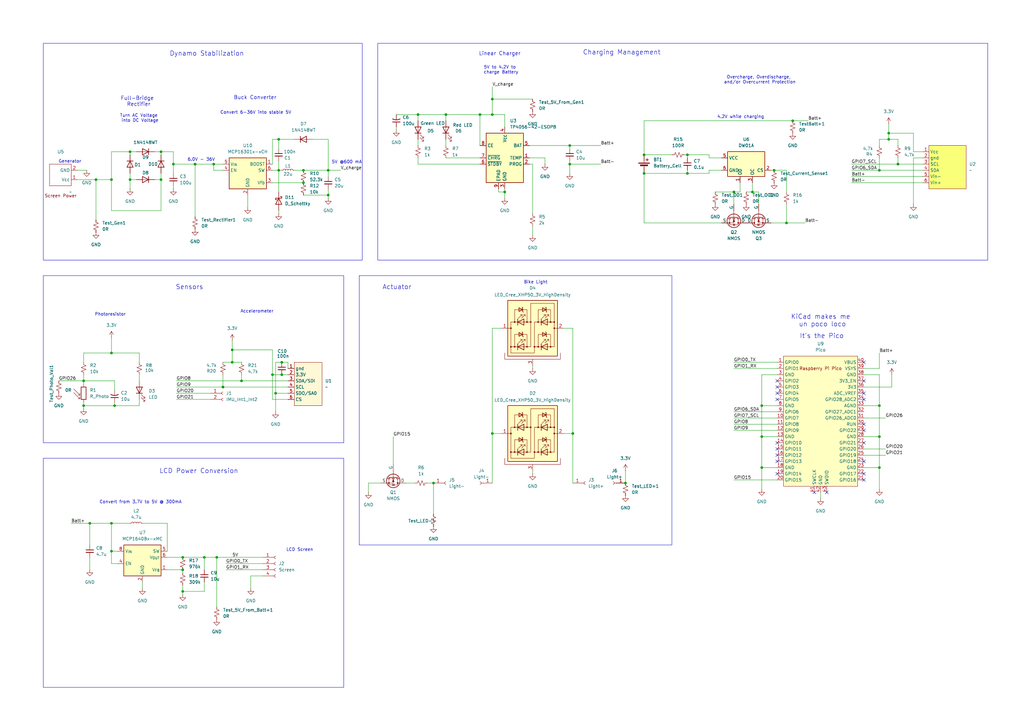
<source format=kicad_sch>
(kicad_sch (version 20250114) (generator "eeschema") (generator_version "9.0")
  (paper "A3")
  (title_block (title "Final Schematic") (date "11/20/25") (rev "3") (company "LightCycle") (comment 1 "WE REALLY REALLY LIKE TO FARM"))
  (lib_symbols
    (symbol "Battery_Management:DW01A"
      (property "Reference" "U" (at -6.604 6.35 0))
      (property "Value" "DW01A" (at 4.318 6.604 0))
      (symbol "DW01A_0_1"
        (pin power_in line (at -10.16 2.54 0) (length 2.54) (name "VCC") (number "5"))
        (pin power_in line (at -10.16 -2.54 0) (length 2.54) (name "GND") (number "6"))
        (pin output line (at -2.54 -7.62 90) (length 2.54) (name "OD") (number "1"))
        (pin output line (at 2.54 -7.62 90) (length 2.54) (name "OC") (number "3"))
        (pin input line (at 10.16 -2.54 180) (length 2.54) (name "CS") (number "2"))
      )
      (symbol "DW01A_1_1"
        (pin no_connect line (at 10.16 2.54 180) (length 2.54) (hide yes) (name "TD") (number "4"))
      )
    )
    (symbol "Battery_Management:TP4056-42-ESOP8"
      (property "Reference" "U" (at -6.604 11.684 0))
      (property "Value" "TP4056-42-ESOP8" (at 10.16 11.684 0))
      (symbol "TP4056-42-ESOP8_1_0"
        (pin input line (at -10.16 5.08 0) (length 2.54) (name "CE") (number "8"))
        (pin open_collector line (at -10.16 0 0) (length 2.54) (name "~{CHRG}") (number "7"))
        (pin open_collector line (at -10.16 -2.54 0) (length 2.54) (name "~{STDBY}") (number "6"))
        (pin passive line (at -2.54 -12.7 90) (length 2.54) (name "EPAD") (number "9"))
        (pin power_in line (at 0 12.7 270) (length 2.54) (name "V_{CC}") (number "4"))
        (pin power_in line (at 0 -12.7 90) (length 2.54) (name "GND") (number "3"))
        (pin power_out line (at 10.16 5.08 180) (length 2.54) (name "BAT") (number "5"))
        (pin input line (at 10.16 0 180) (length 2.54) (name "TEMP") (number "1"))
        (pin passive line (at 10.16 -2.54 180) (length 2.54) (name "PROG") (number "2"))
      )
    )
    (symbol "Connector:Conn_01x01_Socket" (pin_names (offset 1.016) (hide yes))
      (property "Reference" "J" (at 0 2.54 0))
      (property "Value" "Conn_01x01_Socket" (at 0 -2.54 0))
      (symbol "Conn_01x01_Socket_1_1"
        (pin passive line (at -5.08 0 0) (length 3.81) (name "Pin_1") (number "1"))
      )
    )
    (symbol "Connector:Conn_01x02_Socket" (pin_names (offset 1.016) (hide yes))
      (property "Reference" "J" (at 0 2.54 0))
      (property "Value" "Conn_01x02_Socket" (at 0 -5.08 0))
      (symbol "Conn_01x02_Socket_1_1"
        (pin passive line (at -5.08 0 0) (length 3.81) (name "Pin_1") (number "1"))
        (pin passive line (at -5.08 -2.54 0) (length 3.81) (name "Pin_2") (number "2"))
      )
    )
    (symbol "Connector:Conn_01x04_Socket" (pin_names (offset 1.016) (hide yes))
      (property "Reference" "J" (at 0 5.08 0))
      (property "Value" "Conn_01x04_Socket" (at 0 -7.62 0))
      (symbol "Conn_01x04_Socket_1_1"
        (pin passive line (at -5.08 2.54 0) (length 3.81) (name "Pin_1") (number "1"))
        (pin passive line (at -5.08 0 0) (length 3.81) (name "Pin_2") (number "2"))
        (pin passive line (at -5.08 -2.54 0) (length 3.81) (name "Pin_3") (number "3"))
        (pin passive line (at -5.08 -5.08 0) (length 3.81) (name "Pin_4") (number "4"))
      )
    )
    (symbol "Device:Battery_Cell" (pin_numbers (hide yes)) (pin_names (offset 0) (hide yes))
      (property "Reference" "BT" (at 11.43 -3.81 0))
      (property "Value" "Battery_Cell" (at 11.43 -6.35 0))
      (symbol "Battery_Cell_1_1"
        (pin passive line (at 8.89 -1.27 270) (length 2.54) (name "+") (number "1"))
        (pin passive line (at 8.89 -8.89 90) (length 2.54) (name "-") (number "2"))
      )
    )
    (symbol "Device:C_Small" (pin_numbers (hide yes)) (pin_names (offset 0.254) (hide yes))
      (property "Reference" "C" (at 0.254 1.778 0))
      (property "Value" "C_Small" (at 0.254 -2.032 0))
      (symbol "C_Small_1_1"
        (pin passive line (at 0 2.54 270) (length 2.032) (name "~") (number "1"))
        (pin passive line (at 0 -2.54 90) (length 2.032) (name "~") (number "2"))
      )
    )
    (symbol "Device:C_Small_US" (pin_numbers (hide yes)) (pin_names (offset 0.254) (hide yes))
      (property "Reference" "C" (at 0.254 1.778 0))
      (property "Value" "C_Small_US" (at 0.254 -2.032 0))
      (symbol "C_Small_US_1_1"
        (pin passive line (at 0 2.54 270) (length 2.032) (name "~") (number "1"))
        (pin passive line (at 0 -2.54 90) (length 2.032) (name "~") (number "2"))
      )
    )
    (symbol "Device:D_Schottky" (pin_numbers (hide yes)) (pin_names (offset 1.016) (hide yes))
      (property "Reference" "D" (at 0 2.54 0))
      (property "Value" "D_Schottky" (at 0 -2.54 0))
      (symbol "D_Schottky_1_1"
        (pin passive line (at -3.81 0 0) (length 2.54) (name "K") (number "1"))
        (pin passive line (at 3.81 0 180) (length 2.54) (name "A") (number "2"))
      )
    )
    (symbol "Device:LED" (pin_numbers (hide yes)) (pin_names (offset 1.016) (hide yes))
      (property "Reference" "D" (at 0 2.54 0))
      (property "Value" "LED" (at 0 -2.54 0))
      (symbol "LED_1_1"
        (pin passive line (at -3.81 0 0) (length 2.54) (name "K") (number "1"))
        (pin passive line (at 3.81 0 180) (length 2.54) (name "A") (number "2"))
      )
    )
    (symbol "Device:L_Small" (pin_numbers (hide yes)) (pin_names (offset 0.254) (hide yes))
      (property "Reference" "L" (at 0.762 1.016 0))
      (property "Value" "L_Small" (at 0.762 -1.016 0))
      (symbol "L_Small_1_1"
        (pin passive line (at 0 2.54 270) (length 0.508) (name "~") (number "1"))
        (pin passive line (at 0 -2.54 90) (length 0.508) (name "~") (number "2"))
      )
    )
    (symbol "Device:R_Photo" (pin_numbers (hide yes)) (pin_names (offset 0))
      (property "Reference" "R" (at 1.27 1.27 0))
      (property "Value" "R_Photo" (at 1.27 0 0))
      (symbol "R_Photo_1_1"
        (pin passive line (at 0 3.81 270) (length 1.27) (name "~") (number "1"))
        (pin passive line (at 0 -3.81 90) (length 1.27) (name "~") (number "2"))
      )
    )
    (symbol "Device:R_Small_US" (pin_numbers (hide yes)) (pin_names (offset 0.254) (hide yes))
      (property "Reference" "R" (at 0.762 0.508 0))
      (property "Value" "R_Small_US" (at 0.762 -1.016 0))
      (symbol "R_Small_US_1_1"
        (pin passive line (at 0 2.54 270) (length 1.016) (name "~") (number "1"))
        (pin passive line (at 0 -2.54 90) (length 1.016) (name "~") (number "2"))
      )
    )
    (symbol "Diode:1N4148WT" (pin_numbers (hide yes)) (pin_names (hide yes))
      (property "Reference" "D" (at 0 2.54 0))
      (property "Value" "1N4148WT" (at 0 -2.54 0))
      (symbol "1N4148WT_1_1"
        (pin passive line (at -3.81 0 0) (length 2.54) (name "K") (number "1"))
        (pin passive line (at 3.81 0 180) (length 2.54) (name "A") (number "2"))
      )
    )
    (symbol "Elijahs_symbols:Cheap_Yellow_Display"
      (property "Reference" "U" (at 4.572 -0.762 0))
      (symbol "Cheap_Yellow_Display_1_1"
        (text "Screen Power" (at 4.318 1.524 0) (effects (font (size 1.27 1.27))))
        (pin power_in line (at -2.54 -5.08 0) (length 2.54) (name "Vcc") (number "1"))
        (pin power_in line (at -2.54 -8.89 0) (length 2.54) (name "GND") (number "2"))
      )
    )
    (symbol "Elijahs_symbols:I2C_4"
      (property "Reference" "U" (at 8.636 -0.254 0))
      (symbol "I2C_4_1_1"
        (pin power_in line (at 0 -3.81 0) (length 2.54) (name "gnd") (number "1"))
        (pin power_in line (at 0 -6.35 0) (length 2.54) (name "3.3V") (number "2"))
        (pin input line (at 0 -8.89 0) (length 2.54) (name "SDA/SDI") (number "3"))
        (pin input line (at 0 -11.43 0) (length 2.54) (name "SCL") (number "4"))
        (pin output line (at 0 -13.97 0) (length 2.54) (name "SDO/SA0") (number "5"))
        (pin input line (at 0 -16.51 0) (length 2.54) (name "CS") (number "6"))
      )
    )
    (symbol "Elijahs_symbols:INA219"
      (property "Reference" "U" (at 0 0 0))
      (symbol "INA219_1_1"
        (pin power_in line (at -2.54 -5.08 0) (length 2.54) (name "Vcc") (number "1"))
        (pin power_in line (at -2.54 -7.62 0) (length 2.54) (name "gnd") (number "2"))
        (pin input line (at -2.54 -10.16 0) (length 2.54) (name "SCL") (number "3"))
        (pin output line (at -2.54 -12.7 0) (length 2.54) (name "SDA") (number "4"))
        (pin input line (at -2.54 -15.24 0) (length 2.54) (name "Vin-") (number "5"))
        (pin power_in line (at -2.54 -17.78 0) (length 2.54) (name "Vin+") (number "6"))
      )
    )
    (symbol "LED:LED_Cree_XHP50_3V_HighDensity" (pin_names (offset 1.016) (hide yes))
      (property "Reference" "D" (at 0 15.24 0))
      (property "Value" "LED_Cree_XHP50_3V_HighDensity" (at -1.27 12.7 0))
      (symbol "LED_Cree_XHP50_3V_HighDensity_1_1"
        (pin passive line (at -12.7 0 0) (length 2.54) (name "K") (number "1"))
        (pin passive line (at 0 -15.24 90) (length 2.54) (name "PAD") (number "3"))
        (pin passive line (at 12.7 0 180) (length 2.54) (name "A") (number "2"))
      )
    )
    (symbol "MCU_RaspberryPi_and_Boards:Pico"
      (property "Reference" "U" (at -13.97 27.94 0))
      (property "Value" "Pico" (at 0 19.05 0))
      (symbol "Pico_0_0"
        (text "Raspberry Pi Pico" (at 0 21.59 0) (effects (font (size 1.27 1.27))))
      )
      (symbol "Pico_1_1"
        (pin bidirectional line (at -17.78 24.13 0) (length 2.54) (name "GPIO0") (number "1"))
        (pin bidirectional line (at -17.78 21.59 0) (length 2.54) (name "GPIO1") (number "2"))
        (pin power_in line (at -17.78 19.05 0) (length 2.54) (name "GND") (number "3"))
        (pin bidirectional line (at -17.78 16.51 0) (length 2.54) (name "GPIO2") (number "4"))
        (pin bidirectional line (at -17.78 13.97 0) (length 2.54) (name "GPIO3") (number "5"))
        (pin bidirectional line (at -17.78 11.43 0) (length 2.54) (name "GPIO4") (number "6"))
        (pin bidirectional line (at -17.78 8.89 0) (length 2.54) (name "GPIO5") (number "7"))
        (pin power_in line (at -17.78 6.35 0) (length 2.54) (name "GND") (number "8"))
        (pin bidirectional line (at -17.78 3.81 0) (length 2.54) (name "GPIO6") (number "9"))
        (pin bidirectional line (at -17.78 1.27 0) (length 2.54) (name "GPIO7") (number "10"))
        (pin bidirectional line (at -17.78 -1.27 0) (length 2.54) (name "GPIO8") (number "11"))
        (pin bidirectional line (at -17.78 -3.81 0) (length 2.54) (name "GPIO9") (number "12"))
        (pin power_in line (at -17.78 -6.35 0) (length 2.54) (name "GND") (number "13"))
        (pin bidirectional line (at -17.78 -8.89 0) (length 2.54) (name "GPIO10") (number "14"))
        (pin bidirectional line (at -17.78 -11.43 0) (length 2.54) (name "GPIO11") (number "15"))
        (pin bidirectional line (at -17.78 -13.97 0) (length 2.54) (name "GPIO12") (number "16"))
        (pin bidirectional line (at -17.78 -16.51 0) (length 2.54) (name "GPIO13") (number "17"))
        (pin power_in line (at -17.78 -19.05 0) (length 2.54) (name "GND") (number "18"))
        (pin bidirectional line (at -17.78 -21.59 0) (length 2.54) (name "GPIO14") (number "19"))
        (pin bidirectional line (at -17.78 -24.13 0) (length 2.54) (name "GPIO15") (number "20"))
        (pin input line (at -2.54 -29.21 90) (length 2.54) (name "SWCLK") (number "41"))
        (pin power_in line (at 0 -29.21 90) (length 2.54) (name "GND") (number "42"))
        (pin bidirectional line (at 2.54 -29.21 90) (length 2.54) (name "SWDIO") (number "43"))
        (pin power_in line (at 17.78 24.13 180) (length 2.54) (name "VBUS") (number "40"))
        (pin power_in line (at 17.78 21.59 180) (length 2.54) (name "VSYS") (number "39"))
        (pin bidirectional line (at 17.78 19.05 180) (length 2.54) (name "GND") (number "38"))
        (pin input line (at 17.78 16.51 180) (length 2.54) (name "3V3_EN") (number "37"))
        (pin power_in line (at 17.78 13.97 180) (length 2.54) (name "3V3") (number "36"))
        (pin power_in line (at 17.78 11.43 180) (length 2.54) (name "ADC_VREF") (number "35"))
        (pin bidirectional line (at 17.78 8.89 180) (length 2.54) (name "GPIO28_ADC2") (number "34"))
        (pin power_in line (at 17.78 6.35 180) (length 2.54) (name "AGND") (number "33"))
        (pin bidirectional line (at 17.78 3.81 180) (length 2.54) (name "GPIO27_ADC1") (number "32"))
        (pin bidirectional line (at 17.78 1.27 180) (length 2.54) (name "GPIO26_ADC0") (number "31"))
        (pin input line (at 17.78 -1.27 180) (length 2.54) (name "RUN") (number "30"))
        (pin bidirectional line (at 17.78 -3.81 180) (length 2.54) (name "GPIO22") (number "29"))
        (pin power_in line (at 17.78 -6.35 180) (length 2.54) (name "GND") (number "28"))
        (pin bidirectional line (at 17.78 -8.89 180) (length 2.54) (name "GPIO21") (number "27"))
        (pin bidirectional line (at 17.78 -11.43 180) (length 2.54) (name "GPIO20") (number "26"))
        (pin bidirectional line (at 17.78 -13.97 180) (length 2.54) (name "GPIO19") (number "25"))
        (pin bidirectional line (at 17.78 -16.51 180) (length 2.54) (name "GPIO18") (number "24"))
        (pin power_in line (at 17.78 -19.05 180) (length 2.54) (name "GND") (number "23"))
        (pin bidirectional line (at 17.78 -21.59 180) (length 2.54) (name "GPIO17") (number "22"))
        (pin bidirectional line (at 17.78 -24.13 180) (length 2.54) (name "GPIO16") (number "21"))
      )
    )
    (symbol "Regulator_Switching:MCP16301x-xCH"
      (property "Reference" "U" (at -7.62 6.35 0))
      (property "Value" "MCP16301x-xCH" (at 0 6.35 0))
      (symbol "MCP16301x-xCH_1_1"
        (pin power_in line (at -10.16 2.54 0) (length 2.54) (name "V_{IN}") (number "5"))
        (pin input line (at -10.16 0 0) (length 2.54) (name "EN") (number "4"))
        (pin power_in line (at 0 -10.16 90) (length 2.54) (name "GND") (number "2"))
        (pin output line (at 10.16 2.54 180) (length 2.54) (name "BOOST") (number "1"))
        (pin output line (at 10.16 0 180) (length 2.54) (name "SW") (number "6"))
        (pin input line (at 10.16 -5.08 180) (length 2.54) (name "Vfb") (number "3"))
      )
    )
    (symbol "Regulator_Switching:MCP1640Bx-xMC"
      (property "Reference" "U" (at -7.62 8.89 0))
      (property "Value" "MCP1640Bx-xMC" (at 0 8.89 0))
      (symbol "MCP1640Bx-xMC_1_1"
        (pin power_in line (at -10.16 5.08 0) (length 2.54) (name "V_{IN}") (number "8"))
        (pin input line (at -10.16 0 0) (length 2.54) (name "EN") (number "4"))
        (pin power_in line (at 0 -7.62 90) (length 2.54) (name "GND") (number "2"))
        (pin passive line (at 0 -7.62 90) (length 2.54) (hide yes) (name "GND") (number "3"))
        (pin passive line (at 0 -7.62 90) (length 2.54) (hide yes) (name "GND") (number "9"))
        (pin input line (at 10.16 5.08 180) (length 2.54) (name "SW") (number "5"))
        (pin power_out line (at 10.16 2.54 180) (length 2.54) (name "V_{OUT}") (number "6"))
        (pin passive line (at 10.16 2.54 180) (length 2.54) (hide yes) (name "V_{OUT}") (number "7"))
        (pin input line (at 10.16 -2.54 180) (length 2.54) (name "V_{FB}") (number "1"))
      )
    )
    (symbol "Simulation_SPICE:NMOS" (pin_numbers (hide yes)) (pin_names (offset 0))
      (property "Reference" "Q" (at 5.08 1.27 0))
      (property "Value" "NMOS" (at 5.08 -1.27 0))
      (symbol "NMOS_1_1"
        (pin input line (at -5.08 0 0) (length 2.54) (name "G") (number "2"))
        (pin passive line (at 2.54 5.08 270) (length 2.54) (name "D") (number "1"))
        (pin passive line (at 2.54 -5.08 90) (length 2.54) (name "S") (number "3"))
      )
    )
    (symbol "power:GND" (power) (pin_numbers (hide yes)) (pin_names (offset 0) (hide yes))
      (property "Value" "GND" (at 0 -3.81 0))
      (symbol "GND_1_1"
        (pin power_in line (at 0 0 270) (length 0) (name "~") (number "1"))
      )
    )
    (symbol "power:VCC" (power) (pin_numbers (hide yes)) (pin_names (offset 0) (hide yes))
      (property "Value" "VCC" (at 0 3.556 0))
      (symbol "VCC_1_1"
        (pin power_in line (at 0 0 90) (length 0) (name "~") (number "1"))
      )
    )
  )
  (rectangle (start 17.78 113.03) (end 140.97 181.61))
  (rectangle (start 17.78 187.96) (end 140.97 281.94))
  (rectangle (start 154.94 17.78) (end 405.13 106.68))
  (rectangle (start 147.32 113.03) (end 275.59 223.52))
  (rectangle (start 17.78 17.78) (end 148.59 106.68))
  (text "Dynamo Stabilization" (at 84.836 22.098 0) (effects (font (size 1.905 1.905))))
  (text "Buck Converter" (at 104.648 40.132 0) (effects (font (size 1.524 1.524))))
  (text "Convert from 3.7V to 5V @ 300mA" (at 57.658 205.994 0) (effects (font (size 1.27 1.27))))
  (text "Overcharge, Overdischarge, \nand/or Overcurrent Protection" (at 311.658 32.766 0) (effects (font (size 1.27 1.27))))
  (text "Actuator" (at 162.814 117.856 0) (effects (font (size 1.905 1.905))))
  (text "KiCad makes me \nun poco loco" (at 337.312 131.572 0) (effects (font (size 1.905 1.905))))
  (text "Full-Bridge \nRectifier" (at 56.896 41.656 0) (effects (font (size 1.524 1.524))))
  (text "It's the Pico" (at 337.058 137.922 0) (effects (font (size 1.905 1.905))))
  (text "6.0V - 36V" (at 82.55 65.532 0) (effects (font (size 1.27 1.27))))
  (text "Accelerometer" (at 105.41 127.762 0) (effects (font (size 1.27 1.27))))
  (text "LCD Power Conversion" (at 81.534 193.294 0) (effects (font (size 1.905 1.905))))
  (text "Convert 6-36V into stable 5V" (at 104.902 46.228 0) (effects (font (size 1.27 1.27))))
  (text "Linear Charger" (at 204.978 22.098 0) (effects (font (size 1.524 1.524))))
  (text "LCD Screen" (at 122.936 225.552 0) (effects (font (size 1.27 1.27))))
  (text "Sensors" (at 77.724 117.856 0) (effects (font (size 1.905 1.905))))
  (text "5V @600 mA" (at 142.24 66.548 0) (effects (font (size 1.27 1.27))))
  (text "Turn AC Voltage \ninto DC Voltage" (at 57.404 48.514 0) (effects (font (size 1.27 1.27))))
  (text "Photoresistor" (at 45.212 129.032 0) (effects (font (size 1.27 1.27))))
  (text "Generator" (at 28.702 66.294 0) (effects (font (size 1.27 1.27))))
  (text "5V to 4.2V to \ncharge Battery\n" (at 205.486 28.702 0) (effects (font (size 1.27 1.27))))
  (text "Charging Management" (at 255.016 21.59 0) (effects (font (size 1.905 1.905))))
  (text "Bike Light" (at 219.71 115.824 0) (effects (font (size 1.27 1.27))))
  (text "4.2V while charging" (at 303.784 48.006 0) (effects (font (size 1.27 1.27))))
  (junction (at 45.72 226.06))
  (junction (at 46.99 166.37))
  (junction (at 114.3 69.85))
  (junction (at 312.42 179.07))
  (junction (at 95.25 143.51))
  (junction (at 308.61 78.74))
  (junction (at 360.68 191.77))
  (junction (at 45.72 214.63))
  (junction (at 201.93 40.64))
  (junction (at 83.82 228.6))
  (junction (at 91.44 158.75))
  (junction (at 45.72 144.78))
  (junction (at 264.16 63.5))
  (junction (at 53.34 73.66))
  (junction (at 115.57 153.67))
  (junction (at 360.68 166.37))
  (junction (at 233.68 59.69))
  (junction (at 233.68 67.31))
  (junction (at 368.3 67.31))
  (junction (at 111.76 153.67))
  (junction (at 196.85 46.99))
  (junction (at 281.94 71.12))
  (junction (at 87.63 67.31))
  (junction (at 312.42 191.77))
  (junction (at 115.57 148.59))
  (junction (at 134.62 80.01))
  (junction (at 95.25 148.59))
  (junction (at 114.3 57.15))
  (junction (at 364.49 57.15))
  (junction (at 124.46 69.85))
  (junction (at 234.95 177.8))
  (junction (at 36.83 214.63))
  (junction (at 34.29 156.21))
  (junction (at 88.9 228.6))
  (junction (at 281.94 63.5))
  (junction (at 34.29 166.37))
  (junction (at 134.62 69.85))
  (junction (at 80.01 67.31))
  (junction (at 364.49 54.61))
  (junction (at 300.99 78.74))
  (junction (at 201.93 177.8))
  (junction (at 45.72 73.66))
  (junction (at 66.04 73.66))
  (junction (at 201.93 46.99))
  (junction (at 113.03 161.29))
  (junction (at 74.93 242.57))
  (junction (at 312.42 166.37))
  (junction (at 256.54 198.12))
  (junction (at 71.12 67.31))
  (junction (at 171.45 46.99))
  (junction (at 99.06 156.21))
  (junction (at 360.68 179.07))
  (junction (at 124.46 74.93))
  (junction (at 53.34 62.23))
  (junction (at 177.8 198.12))
  (junction (at 182.88 46.99))
  (junction (at 322.58 91.44))
  (junction (at 74.93 233.68))
  (junction (at 264.16 71.12))
  (junction (at 74.93 228.6))
  (junction (at 360.68 69.85))
  (junction (at 317.5 69.85))
  (junction (at 39.37 73.66))
  (junction (at 325.12 49.53))
  (junction (at 207.01 78.74))
  (junction (at 66.04 62.23))
  (no_connect (at 318.77 181.61))
  (no_connect (at 354.33 194.31))
  (no_connect (at 354.33 161.29))
  (no_connect (at 318.77 163.83))
  (no_connect (at 339.09 201.93))
  (no_connect (at 354.33 181.61))
  (no_connect (at 318.77 184.15))
  (no_connect (at 318.77 186.69))
  (no_connect (at 354.33 196.85))
  (no_connect (at 334.01 201.93))
  (no_connect (at 354.33 148.59))
  (no_connect (at 354.33 176.53))
  (no_connect (at 354.33 156.21))
  (no_connect (at 318.77 161.29))
  (no_connect (at 318.77 189.23))
  (no_connect (at 354.33 189.23))
  (no_connect (at 354.33 173.99))
  (no_connect (at 354.33 163.83))
  (no_connect (at 318.77 156.21))
  (no_connect (at 318.77 158.75))
  (no_connect (at 318.77 194.31))
  (wire (pts (xy 114.3 69.85) (xy 115.57 69.85)))
  (wire (pts (xy 72.39 161.29) (xy 86.36 161.29)))
  (wire (pts (xy 53.34 63.5) (xy 53.34 62.23)))
  (wire (pts (xy 114.3 57.15) (xy 114.3 60.96)))
  (wire (pts (xy 66.04 71.12) (xy 66.04 73.66)))
  (wire (pts (xy 128.27 57.15) (xy 134.62 57.15)))
  (wire (pts (xy 368.3 67.31) (xy 378.46 67.31)))
  (wire (pts (xy 300.99 171.45) (xy 318.77 171.45)))
  (wire (pts (xy 354.33 186.69) (xy 363.22 186.69)))
  (wire (pts (xy 99.06 153.67) (xy 99.06 156.21)))
  (wire (pts (xy 95.25 143.51) (xy 95.25 148.59)))
  (wire (pts (xy 293.37 78.74) (xy 300.99 78.74)))
  (wire (pts (xy 318.77 191.77) (xy 312.42 191.77)))
  (wire (pts (xy 312.42 191.77) (xy 312.42 200.66)))
  (wire (pts (xy 34.29 166.37) (xy 34.29 167.64)))
  (wire (pts (xy 45.72 214.63) (xy 45.72 226.06)))
  (wire (pts (xy 233.68 67.31) (xy 233.68 71.12)))
  (wire (pts (xy 281.94 63.5) (xy 281.94 64.77)))
  (wire (pts (xy 349.25 74.93) (xy 378.46 74.93)))
  (wire (pts (xy 280.67 63.5) (xy 281.94 63.5)))
  (wire (pts (xy 161.29 179.07) (xy 161.29 190.5)))
  (wire (pts (xy 71.12 67.31) (xy 71.12 71.12)))
  (wire (pts (xy 201.93 134.62) (xy 201.93 177.8)))
  (wire (pts (xy 290.83 71.12) (xy 290.83 69.85)))
  (wire (pts (xy 45.72 62.23) (xy 45.72 73.66)))
  (wire (pts (xy 36.83 214.63) (xy 45.72 214.63)))
  (wire (pts (xy 360.68 191.77) (xy 354.33 191.77)))
  (wire (pts (xy 290.83 63.5) (xy 281.94 63.5)))
  (wire (pts (xy 36.83 214.63) (xy 36.83 223.52)))
  (wire (pts (xy 201.93 46.99) (xy 207.01 46.99)))
  (wire (pts (xy 312.42 166.37) (xy 312.42 179.07)))
  (wire (pts (xy 114.3 66.04) (xy 114.3 69.85)))
  (wire (pts (xy 175.26 198.12) (xy 177.8 198.12)))
  (wire (pts (xy 45.72 226.06) (xy 48.26 226.06)))
  (wire (pts (xy 201.93 40.64) (xy 218.44 40.64)))
  (wire (pts (xy 95.25 139.7) (xy 95.25 143.51)))
  (wire (pts (xy 205.74 177.8) (xy 201.93 177.8)))
  (wire (pts (xy 115.57 153.67) (xy 118.11 153.67)))
  (wire (pts (xy 39.37 90.17) (xy 39.37 73.66)))
  (wire (pts (xy 46.99 160.02) (xy 46.99 156.21)))
  (wire (pts (xy 57.15 163.83) (xy 57.15 166.37)))
  (wire (pts (xy 360.68 144.78) (xy 360.68 151.13)))
  (wire (pts (xy 290.83 64.77) (xy 295.91 64.77)))
  (wire (pts (xy 53.34 73.66) (xy 53.34 71.12)))
  (wire (pts (xy 264.16 91.44) (xy 264.16 71.12)))
  (wire (pts (xy 66.04 63.5) (xy 66.04 62.23)))
  (wire (pts (xy 256.54 193.04) (xy 256.54 198.12)))
  (wire (pts (xy 111.76 153.67) (xy 111.76 163.83)))
  (wire (pts (xy 217.17 64.77) (xy 223.52 64.77)))
  (wire (pts (xy 55.88 62.23) (xy 53.34 62.23)))
  (wire (pts (xy 300.99 168.91) (xy 318.77 168.91)))
  (wire (pts (xy 360.68 69.85) (xy 378.46 69.85)))
  (wire (pts (xy 312.42 179.07) (xy 312.42 191.77)))
  (wire (pts (xy 91.44 153.67) (xy 91.44 158.75)))
  (wire (pts (xy 74.93 242.57) (xy 83.82 242.57)))
  (wire (pts (xy 91.44 158.75) (xy 118.11 158.75)))
  (wire (pts (xy 300.99 83.82) (xy 300.99 78.74)))
  (wire (pts (xy 336.55 201.93) (xy 336.55 204.47)))
  (wire (pts (xy 182.88 46.99) (xy 196.85 46.99)))
  (wire (pts (xy 87.63 67.31) (xy 87.63 69.85)))
  (wire (pts (xy 29.21 214.63) (xy 36.83 214.63)))
  (wire (pts (xy 39.37 73.66) (xy 45.72 73.66)))
  (wire (pts (xy 322.58 91.44) (xy 330.2 91.44)))
  (wire (pts (xy 233.68 59.69) (xy 246.38 59.69)))
  (wire (pts (xy 360.68 179.07) (xy 360.68 191.77)))
  (wire (pts (xy 53.34 62.23) (xy 45.72 62.23)))
  (wire (pts (xy 74.93 242.57) (xy 74.93 243.84)))
  (wire (pts (xy 349.25 69.85) (xy 360.68 69.85)))
  (wire (pts (xy 58.42 238.76) (xy 58.42 241.3)))
  (wire (pts (xy 218.44 87.63) (xy 218.44 67.31)))
  (wire (pts (xy 34.29 144.78) (xy 45.72 144.78)))
  (wire (pts (xy 120.65 69.85) (xy 124.46 69.85)))
  (wire (pts (xy 114.3 57.15) (xy 120.65 57.15)))
  (wire (pts (xy 99.06 156.21) (xy 118.11 156.21)))
  (wire (pts (xy 360.68 64.77) (xy 360.68 69.85)))
  (wire (pts (xy 303.53 78.74) (xy 303.53 74.93)))
  (wire (pts (xy 290.83 63.5) (xy 290.83 64.77)))
  (wire (pts (xy 166.37 198.12) (xy 170.18 198.12)))
  (wire (pts (xy 88.9 228.6) (xy 107.95 228.6)))
  (wire (pts (xy 374.65 64.77) (xy 378.46 64.77)))
  (wire (pts (xy 87.63 67.31) (xy 91.44 67.31)))
  (wire (pts (xy 360.68 166.37) (xy 360.68 179.07)))
  (wire (pts (xy 66.04 62.23) (xy 71.12 62.23)))
  (wire (pts (xy 68.58 214.63) (xy 68.58 226.06)))
  (wire (pts (xy 311.15 78.74) (xy 311.15 83.82)))
  (wire (pts (xy 233.68 67.31) (xy 246.38 67.31)))
  (wire (pts (xy 36.83 228.6) (xy 36.83 233.68)))
  (wire (pts (xy 264.16 71.12) (xy 281.94 71.12)))
  (wire (pts (xy 171.45 64.77) (xy 171.45 67.31)))
  (wire (pts (xy 46.99 166.37) (xy 34.29 166.37)))
  (wire (pts (xy 312.42 179.07) (xy 318.77 179.07)))
  (wire (pts (xy 306.07 78.74) (xy 308.61 78.74)))
  (wire (pts (xy 83.82 228.6) (xy 88.9 228.6)))
  (wire (pts (xy 281.94 71.12) (xy 281.94 69.85)))
  (wire (pts (xy 57.15 144.78) (xy 57.15 148.59)))
  (wire (pts (xy 134.62 77.47) (xy 134.62 80.01)))
  (wire (pts (xy 316.23 69.85) (xy 317.5 69.85)))
  (wire (pts (xy 290.83 69.85) (xy 295.91 69.85)))
  (wire (pts (xy 316.23 91.44) (xy 322.58 91.44)))
  (wire (pts (xy 354.33 158.75) (xy 365.76 158.75)))
  (wire (pts (xy 53.34 73.66) (xy 53.34 77.47)))
  (wire (pts (xy 223.52 64.77) (xy 223.52 67.31)))
  (wire (pts (xy 204.47 77.47) (xy 204.47 78.74)))
  (wire (pts (xy 95.25 143.51) (xy 111.76 143.51)))
  (wire (pts (xy 45.72 231.14) (xy 48.26 231.14)))
  (wire (pts (xy 300.99 151.13) (xy 318.77 151.13)))
  (wire (pts (xy 354.33 166.37) (xy 360.68 166.37)))
  (wire (pts (xy 364.49 50.8) (xy 364.49 54.61)))
  (wire (pts (xy 74.93 228.6) (xy 83.82 228.6)))
  (wire (pts (xy 218.44 92.71) (xy 218.44 96.52)))
  (wire (pts (xy 91.44 69.85) (xy 87.63 69.85)))
  (wire (pts (xy 151.13 198.12) (xy 156.21 198.12)))
  (wire (pts (xy 92.71 233.68) (xy 107.95 233.68)))
  (wire (pts (xy 177.8 198.12) (xy 177.8 210.82)))
  (wire (pts (xy 275.59 63.5) (xy 264.16 63.5)))
  (wire (pts (xy 318.77 153.67) (xy 312.42 153.67)))
  (wire (pts (xy 231.14 177.8) (xy 234.95 177.8)))
  (wire (pts (xy 113.03 148.59) (xy 115.57 148.59)))
  (wire (pts (xy 115.57 148.59) (xy 118.11 148.59)))
  (wire (pts (xy 295.91 91.44) (xy 264.16 91.44)))
  (wire (pts (xy 63.5 73.66) (xy 66.04 73.66)))
  (wire (pts (xy 45.72 86.36) (xy 66.04 86.36)))
  (wire (pts (xy 80.01 88.9) (xy 80.01 67.31)))
  (wire (pts (xy 72.39 156.21) (xy 99.06 156.21)))
  (wire (pts (xy 196.85 46.99) (xy 196.85 59.69)))
  (wire (pts (xy 360.68 151.13) (xy 354.33 151.13)))
  (wire (pts (xy 312.42 166.37) (xy 318.77 166.37)))
  (wire (pts (xy 80.01 67.31) (xy 87.63 67.31)))
  (wire (pts (xy 233.68 59.69) (xy 233.68 60.96)))
  (wire (pts (xy 234.95 134.62) (xy 234.95 177.8)))
  (wire (pts (xy 218.44 193.04) (xy 218.44 194.31)))
  (wire (pts (xy 46.99 166.37) (xy 57.15 166.37)))
  (wire (pts (xy 134.62 57.15) (xy 134.62 69.85)))
  (wire (pts (xy 364.49 54.61) (xy 374.65 54.61)))
  (wire (pts (xy 72.39 158.75) (xy 91.44 158.75)))
  (wire (pts (xy 234.95 134.62) (xy 231.14 134.62)))
  (wire (pts (xy 34.29 153.67) (xy 34.29 156.21)))
  (wire (pts (xy 31.75 69.85) (xy 35.56 69.85)))
  (wire (pts (xy 360.68 153.67) (xy 360.68 166.37)))
  (wire (pts (xy 217.17 59.69) (xy 233.68 59.69)))
  (wire (pts (xy 45.72 231.14) (xy 45.72 226.06)))
  (wire (pts (xy 113.03 148.59) (xy 113.03 161.29)))
  (wire (pts (xy 201.93 35.56) (xy 201.93 40.64)))
  (wire (pts (xy 45.72 214.63) (xy 53.34 214.63)))
  (wire (pts (xy 201.93 134.62) (xy 205.74 134.62)))
  (wire (pts (xy 201.93 40.64) (xy 201.93 46.99)))
  (wire (pts (xy 171.45 67.31) (xy 196.85 67.31)))
  (wire (pts (xy 114.3 69.85) (xy 114.3 78.74)))
  (wire (pts (xy 151.13 198.12) (xy 151.13 201.93)))
  (wire (pts (xy 374.65 54.61) (xy 374.65 62.23)))
  (wire (pts (xy 317.5 69.85) (xy 322.58 69.85)))
  (wire (pts (xy 182.88 64.77) (xy 196.85 64.77)))
  (wire (pts (xy 365.76 158.75) (xy 365.76 153.67)))
  (wire (pts (xy 34.29 148.59) (xy 34.29 144.78)))
  (wire (pts (xy 124.46 69.85) (xy 134.62 69.85)))
  (wire (pts (xy 71.12 76.2) (xy 71.12 77.47)))
  (wire (pts (xy 171.45 57.15) (xy 171.45 59.69)))
  (wire (pts (xy 300.99 78.74) (xy 303.53 78.74)))
  (wire (pts (xy 162.56 46.99) (xy 171.45 46.99)))
  (wire (pts (xy 34.29 165.1) (xy 34.29 166.37)))
  (wire (pts (xy 349.25 67.31) (xy 368.3 67.31)))
  (wire (pts (xy 114.3 86.36) (xy 114.3 87.63)))
  (wire (pts (xy 360.68 57.15) (xy 364.49 57.15)))
  (wire (pts (xy 360.68 191.77) (xy 360.68 200.66)))
  (wire (pts (xy 134.62 80.01) (xy 134.62 81.28)))
  (wire (pts (xy 290.83 71.12) (xy 281.94 71.12)))
  (wire (pts (xy 72.39 163.83) (xy 86.36 163.83)))
  (wire (pts (xy 364.49 54.61) (xy 364.49 57.15)))
  (wire (pts (xy 63.5 62.23) (xy 66.04 62.23)))
  (wire (pts (xy 300.99 176.53) (xy 318.77 176.53)))
  (wire (pts (xy 374.65 83.82) (xy 374.65 64.77)))
  (wire (pts (xy 171.45 46.99) (xy 182.88 46.99)))
  (wire (pts (xy 322.58 78.74) (xy 322.58 69.85)))
  (wire (pts (xy 24.13 156.21) (xy 34.29 156.21)))
  (wire (pts (xy 88.9 228.6) (xy 88.9 248.92)))
  (wire (pts (xy 102.87 236.22) (xy 102.87 241.3)))
  (wire (pts (xy 83.82 233.68) (xy 83.82 228.6)))
  (wire (pts (xy 207.01 78.74) (xy 207.01 81.28)))
  (wire (pts (xy 300.99 173.99) (xy 318.77 173.99)))
  (wire (pts (xy 234.95 177.8) (xy 234.95 198.12)))
  (wire (pts (xy 34.29 156.21) (xy 34.29 157.48)))
  (wire (pts (xy 300.99 196.85) (xy 318.77 196.85)))
  (wire (pts (xy 233.68 66.04) (xy 233.68 67.31)))
  (wire (pts (xy 74.93 234.95) (xy 74.93 233.68)))
  (wire (pts (xy 111.76 57.15) (xy 114.3 57.15)))
  (wire (pts (xy 45.72 73.66) (xy 45.72 86.36)))
  (wire (pts (xy 118.11 148.59) (xy 118.11 151.13)))
  (wire (pts (xy 46.99 165.1) (xy 46.99 166.37)))
  (wire (pts (xy 34.29 156.21) (xy 46.99 156.21)))
  (wire (pts (xy 58.42 214.63) (xy 68.58 214.63)))
  (wire (pts (xy 354.33 184.15) (xy 363.22 184.15)))
  (wire (pts (xy 300.99 148.59) (xy 318.77 148.59)))
  (wire (pts (xy 162.56 52.07) (xy 162.56 53.34)))
  (wire (pts (xy 111.76 74.93) (xy 124.46 74.93)))
  (wire (pts (xy 57.15 153.67) (xy 57.15 156.21)))
  (wire (pts (xy 322.58 91.44) (xy 322.58 83.82)))
  (wire (pts (xy 264.16 49.53) (xy 325.12 49.53)))
  (wire (pts (xy 102.87 236.22) (xy 107.95 236.22)))
  (wire (pts (xy 207.01 77.47) (xy 207.01 78.74)))
  (wire (pts (xy 312.42 153.67) (xy 312.42 166.37)))
  (wire (pts (xy 204.47 78.74) (xy 207.01 78.74)))
  (wire (pts (xy 66.04 73.66) (xy 66.04 86.36)))
  (wire (pts (xy 111.76 143.51) (xy 111.76 153.67)))
  (wire (pts (xy 31.75 73.66) (xy 39.37 73.66)))
  (wire (pts (xy 196.85 46.99) (xy 201.93 46.99)))
  (wire (pts (xy 111.76 153.67) (xy 115.57 153.67)))
  (wire (pts (xy 368.3 57.15) (xy 368.3 59.69)))
  (wire (pts (xy 74.93 240.03) (xy 74.93 242.57)))
  (wire (pts (xy 111.76 67.31) (xy 111.76 57.15)))
  (wire (pts (xy 182.88 57.15) (xy 182.88 59.69)))
  (wire (pts (xy 111.76 69.85) (xy 114.3 69.85)))
  (wire (pts (xy 113.03 161.29) (xy 113.03 168.91)))
  (wire (pts (xy 349.25 72.39) (xy 378.46 72.39)))
  (wire (pts (xy 182.88 46.99) (xy 182.88 49.53)))
  (wire (pts (xy 68.58 228.6) (xy 74.93 228.6)))
  (wire (pts (xy 354.33 153.67) (xy 360.68 153.67)))
  (wire (pts (xy 218.44 67.31) (xy 217.17 67.31)))
  (wire (pts (xy 95.25 148.59) (xy 99.06 148.59)))
  (wire (pts (xy 171.45 46.99) (xy 171.45 49.53)))
  (wire (pts (xy 71.12 62.23) (xy 71.12 67.31)))
  (wire (pts (xy 368.3 64.77) (xy 368.3 67.31)))
  (wire (pts (xy 308.61 74.93) (xy 308.61 78.74)))
  (wire (pts (xy 92.71 231.14) (xy 107.95 231.14)))
  (wire (pts (xy 134.62 69.85) (xy 134.62 72.39)))
  (wire (pts (xy 308.61 78.74) (xy 311.15 78.74)))
  (wire (pts (xy 134.62 69.85) (xy 139.7 69.85)))
  (wire (pts (xy 113.03 161.29) (xy 118.11 161.29)))
  (wire (pts (xy 325.12 49.53) (xy 331.47 49.53)))
  (wire (pts (xy 45.72 138.43) (xy 45.72 144.78)))
  (wire (pts (xy 201.93 177.8) (xy 201.93 198.12)))
  (wire (pts (xy 55.88 73.66) (xy 53.34 73.66)))
  (wire (pts (xy 101.6 80.01) (xy 101.6 85.09)))
  (wire (pts (xy 354.33 179.07) (xy 360.68 179.07)))
  (wire (pts (xy 207.01 46.99) (xy 207.01 52.07)))
  (wire (pts (xy 264.16 63.5) (xy 264.16 49.53)))
  (wire (pts (xy 134.62 80.01) (xy 124.46 80.01)))
  (wire (pts (xy 91.44 148.59) (xy 95.25 148.59)))
  (wire (pts (xy 83.82 238.76) (xy 83.82 242.57)))
  (wire (pts (xy 111.76 163.83) (xy 118.11 163.83)))
  (wire (pts (xy 218.44 149.86) (xy 218.44 151.13)))
  (wire (pts (xy 360.68 57.15) (xy 360.68 59.69)))
  (wire (pts (xy 354.33 171.45) (xy 363.22 171.45)))
  (wire (pts (xy 71.12 67.31) (xy 80.01 67.31)))
  (wire (pts (xy 45.72 144.78) (xy 57.15 144.78)))
  (wire (pts (xy 68.58 233.68) (xy 74.93 233.68)))
  (wire (pts (xy 364.49 57.15) (xy 368.3 57.15)))
  (wire (pts (xy 374.65 62.23) (xy 378.46 62.23)))
  (label "V_charge" (at 139.7 69.85 0))
  (label "GPIO1_RX" (at 300.99 151.13 0))
  (label "V_charge" (at 201.93 35.56 0))
  (label "GPIO0_TX" (at 92.71 231.14 0))
  (label "Batt+" (at 246.38 59.69 0))
  (label "GPIO20" (at 363.22 184.15 0))
  (label "Batt-" (at 330.2 91.44 0))
  (label "5V" (at 95.25 228.6 0))
  (label "GPIO7_SCL" (at 300.99 171.45 0))
  (label "GPIO8" (at 72.39 156.21 0))
  (label "Batt+" (at 331.47 49.53 0))
  (label "GPIO15" (at 300.99 196.85 0))
  (label "GPIO1_RX" (at 92.71 233.68 0))
  (label "GPIO6_SDA" (at 300.99 168.91 0))
  (label "GPIO20" (at 72.39 161.29 0))
  (label "Batt-" (at 246.38 67.31 0))
  (label "Batt-" (at 349.25 74.93 0))
  (label "GPIO26" (at 24.13 156.21 0))
  (label "GPIO8" (at 300.99 173.99 0))
  (label "GPIO6_SDA" (at 349.25 69.85 0))
  (label "GPIO21" (at 363.22 186.69 0))
  (label "GPIO15" (at 161.29 179.07 0))
  (label "GPIO26" (at 363.22 171.45 0))
  (label "Batt+" (at 29.21 214.63 0))
  (label "GPIO0_TX" (at 300.99 148.59 0))
  (label "Batt+" (at 349.25 72.39 0))
  (label "GPIO9" (at 300.99 176.53 0))
  (label "GPIO7_SCL" (at 349.25 67.31 0))
  (label "GPIO21" (at 72.39 163.83 0))
  (label "Batt+" (at 360.68 144.78 0))
  (label "GPIO9" (at 72.39 158.75 0))
  (symbol (lib_id "power:GND") (at 312.42 200.66 0) (unit 1)
    (property "Reference" "#PWR08" (effects (hide yes)))
    (property "Value" "GND" (at 312.42 205.74 0))
    (property "Description" "Power symbol creates a global label with name \"GND\" , ground" (effects (hide yes)))
  )
  (symbol (lib_id "power:GND") (at 223.52 67.31 0) (unit 1)
    (property "Reference" "#PWR034" (effects (hide yes)))
    (property "Value" "GND" (at 223.52 72.39 0))
    (property "Description" "Power symbol creates a global label with name \"GND\" , ground" (effects (hide yes)))
  )
  (symbol (lib_id "power:VCC") (at 365.76 153.67 0) (unit 1)
    (property "Reference" "#PWR014" (effects (hide yes)))
    (property "Value" "3.3V" (at 365.76 148.59 0))
    (property "Description" "Power symbol creates a global label with name \"VCC\"" (effects (hide yes)))
  )
  (symbol (lib_id "Device:C_Small") (at 83.82 236.22 0) (unit 1)
    (property "Reference" "C9" (at 86.36 234.9562 0) (effects (justify left)))
    (property "Value" "10u" (at 86.36 237.4962 0) (effects (justify left)))
    (property "Footprint" "Capacitor_THT:CP_Radial_D4.0mm_P2.00mm" (effects (hide yes)))
    (property "Description" "Unpolarized capacitor, small symbol" (effects (hide yes)))
  )
  (symbol (lib_id "Battery_Management:DW01A") (at 306.07 67.31 0) (unit 1)
    (property "Reference" "U6" (at 306.07 57.15 0))
    (property "Value" "DW01A" (at 306.07 59.69 0))
    (property "Footprint" "Package_TO_SOT_SMD:SOT-23-6" (effects (hide yes)))
    (property "Datasheet" "https://hmsemi.com/downfile/DW01A.PDF" (effects (hide yes)))
    (property "Description" "Overcharge, overcurrent and overdischarge protection IC for single cell lithium-ion/polymer battery" (effects (hide yes)))
  )
  (symbol (lib_id "power:GND") (at 306.07 83.82 0) (unit 1)
    (property "Reference" "#PWR040" (effects (hide yes)))
    (property "Value" "GND" (at 306.07 88.9 0))
    (property "Description" "Power symbol creates a global label with name \"GND\" , ground" (effects (hide yes)))
  )
  (symbol (lib_id "Device:R_Small_US") (at 34.29 151.13 0) (unit 1)
    (property "Reference" "R2" (at 36.83 149.8599 0) (effects (justify left)))
    (property "Value" "10k" (at 36.83 152.3999 0) (effects (justify left)))
    (property "Footprint" "Resistor_THT:R_Axial_DIN0207_L6.3mm_D2.5mm_P10.16mm_Horizontal" (effects (hide yes)))
    (property "Description" "Resistor, small US symbol" (effects (hide yes)))
  )
  (symbol (lib_id "Device:R_Small_US") (at 306.07 81.28 180) (unit 1)
    (property "Reference" "Test_OC1" (at 308.61 80.0099 0) (effects (justify right)))
    (property "Value" "0R" (at 308.61 82.5499 0) (effects (justify right)))
    (property "Footprint" "Resistor_SMD:R_0603_1608Metric_Pad0.98x0.95mm_HandSolder" (effects (hide yes)))
    (property "Description" "Resistor, small US symbol" (effects (hide yes)))
  )
  (symbol (lib_id "Diode:1N4148WT") (at 53.34 67.31 270) (unit 1)
    (property "Reference" "D1" (at 55.118 67.564 90) (effects (justify left)))
    (property "Value" "1N4148WT" (effects (hide yes)))
    (property "Footprint" "LED_THT:LED_D3.0mm_Clear" (effects (hide yes)))
    (property "Datasheet" "https://www.diodes.com/assets/Datasheets/ds30396.pdf" (effects (hide yes)))
    (property "Description" "75V 0.15A Fast switching Diode, SOD-523" (effects (hide yes)))
    (property "Sim.Device" "D" (effects (hide yes)))
    (property "Sim.Pins" "1=K 2=A" (effects (hide yes)))
  )
  (symbol (lib_id "LED:LED_Cree_XHP50_3V_HighDensity") (at 218.44 134.62 0) (unit 1)
    (property "Reference" "D4" (at 218.44 118.11 0))
    (property "Value" "LED_Cree_XHP50_3V_HighDensity" (at 218.44 120.904 0))
    (property "Footprint" "LED_SMD:LED_Cree-XHP50_3V_HighDensity" (effects (hide yes)))
    (property "Datasheet" "https://downloads.cree-led.com/files/ds/x/XLamp-XHP50.3.pdf" (effects (hide yes)))
    (property "Description" "XLamp® XHP50 LED, 3V, 4 LEDs in parallel, high density" (effects (hide yes)))
  )
  (symbol (lib_id "power:GND") (at 218.44 194.31 0) (unit 1)
    (property "Reference" "#PWR015" (effects (hide yes)))
    (property "Value" "GND" (at 218.44 199.39 0))
    (property "Description" "Power symbol creates a global label with name \"GND\" , ground" (effects (hide yes)))
  )
  (symbol (lib_id "Device:R_Small_US") (at 74.93 237.49 0) (unit 1)
    (property "Reference" "R18" (at 77.47 236.2199 0) (effects (justify left)))
    (property "Value" "309k" (at 77.47 238.7599 0) (effects (justify left)))
    (property "Footprint" "Resistor_THT:R_Axial_DIN0207_L6.3mm_D2.5mm_P10.16mm_Horizontal" (effects (hide yes)))
    (property "Description" "Resistor, small US symbol" (effects (hide yes)))
  )
  (symbol (lib_id "Device:R_Small_US") (at 91.44 151.13 0) (unit 1)
    (property "Reference" "R20" (at 88.646 152.146 0) (effects (justify right)))
    (property "Value" "4.7k" (at 88.9 149.8601 0) (effects (justify right)))
    (property "Footprint" "Resistor_THT:R_Axial_DIN0207_L6.3mm_D2.5mm_P10.16mm_Horizontal" (effects (hide yes)))
    (property "Description" "Resistor, small US symbol" (effects (hide yes)))
  )
  (symbol (lib_id "power:GND") (at 177.8 215.9 0) (unit 1)
    (property "Reference" "#PWR036" (effects (hide yes)))
    (property "Value" "GND" (at 177.8 220.98 0))
    (property "Description" "Power symbol creates a global label with name \"GND\" , ground" (effects (hide yes)))
  )
  (symbol (lib_id "power:GND") (at 207.01 81.28 0) (unit 1)
    (property "Reference" "#PWR02" (effects (hide yes)))
    (property "Value" "GND" (at 207.01 86.36 0))
    (property "Description" "Power symbol creates a global label with name \"GND\" , ground" (effects (hide yes)))
  )
  (symbol (lib_id "power:GND") (at 374.65 83.82 0) (unit 1)
    (property "Reference" "#PWR022" (effects (hide yes)))
    (property "Value" "GND" (at 374.65 88.9 0))
    (property "Description" "Power symbol creates a global label with name \"GND\" , ground" (effects (hide yes)))
  )
  (symbol (lib_id "Device:D_Schottky") (at 114.3 82.55 270) (unit 1)
    (property "Reference" "D11" (at 116.84 80.9624 90) (effects (justify left)))
    (property "Value" "D_Schottky" (at 116.84 83.5024 90) (effects (justify left)))
    (property "Footprint" "Diode_THT:D_A-405_P7.62mm_Horizontal" (effects (hide yes)))
    (property "Description" "Schottky diode" (effects (hide yes)))
  )
  (symbol (lib_id "Device:R_Small_US") (at 322.58 81.28 180) (unit 1)
    (property "Reference" "R16" (at 325.12 80.0099 0) (effects (justify right)))
    (property "Value" "1k" (at 325.12 82.5499 0) (effects (justify right)))
    (property "Footprint" "Resistor_THT:R_Axial_DIN0207_L6.3mm_D2.5mm_P10.16mm_Horizontal" (effects (hide yes)))
    (property "Description" "Resistor, small US symbol" (effects (hide yes)))
  )
  (symbol (lib_id "Device:LED") (at 57.15 160.02 90) (unit 1)
    (property "Reference" "D3" (at 60.96 160.3374 90) (effects (justify right)))
    (property "Value" "LED" (at 60.96 162.8774 90) (effects (justify right)))
    (property "Footprint" "LED_THT:LED_D3.0mm_Clear" (effects (hide yes)))
    (property "Description" "Light emitting diode" (effects (hide yes)))
    (property "Sim.Pins" "1=K 2=A" (effects (hide yes)))
  )
  (symbol (lib_id "Connector:Conn_01x01_Socket") (at 251.46 198.12 180) (unit 1)
    (property "Reference" "J6" (at 252.095 193.04 0))
    (property "Value" "Light+" (at 252.095 195.58 0))
    (property "Footprint" "Connector_Pin:Pin_D0.7mm_L6.5mm_W1.8mm_FlatFork" (effects (hide yes)))
    (property "Description" "Generic connector, single row, 01x01, script generated" (effects (hide yes)))
  )
  (symbol (lib_id "Device:R_Small_US") (at 99.06 151.13 180) (unit 1)
    (property "Reference" "R21" (at 101.6 149.8599 0) (effects (justify right)))
    (property "Value" "4.7k" (at 101.6 152.3999 0) (effects (justify right)))
    (property "Footprint" "Resistor_THT:R_Axial_DIN0207_L6.3mm_D2.5mm_P10.16mm_Horizontal" (effects (hide yes)))
    (property "Description" "Resistor, small US symbol" (effects (hide yes)))
  )
  (symbol (lib_id "Device:R_Small_US") (at 171.45 62.23 0) (unit 1)
    (property "Reference" "R3" (at 173.99 60.9599 0) (effects (justify left)))
    (property "Value" "1k" (at 173.99 63.4999 0) (effects (justify left)))
    (property "Footprint" "Resistor_THT:R_Axial_DIN0207_L6.3mm_D2.5mm_P10.16mm_Horizontal" (effects (hide yes)))
    (property "Description" "Resistor, small US symbol" (effects (hide yes)))
  )
  (symbol (lib_id "power:GND") (at 35.56 69.85 0) (unit 1)
    (property "Reference" "#PWR011" (effects (hide yes)))
    (property "Value" "GND" (at 35.56 74.93 0))
    (property "Description" "Power symbol creates a global label with name \"GND\" , ground" (effects (hide yes)))
  )
  (symbol (lib_id "Connector:Conn_01x04_Socket") (at 113.03 231.14 0) (unit 1)
    (property "Reference" "J2" (at 114.3 231.1399 0) (effects (justify left)))
    (property "Value" "Screen" (at 114.3 233.6799 0) (effects (justify left)))
    (property "Footprint" "Connector_JST:JST_EH_B6B-EH-A_1x06_P2.50mm_Vertical" (effects (hide yes)))
    (property "Description" "Generic connector, single row, 01x04, script generated" (effects (hide yes)))
  )
  (symbol (lib_id "power:GND") (at 24.13 161.29 0) (unit 1)
    (property "Reference" "#PWR037" (effects (hide yes)))
    (property "Value" "GND" (at 24.13 166.37 0))
    (property "Description" "Power symbol creates a global label with name \"GND\" , ground" (effects (hide yes)))
  )
  (symbol (lib_id "power:GND") (at 74.93 243.84 0) (unit 1)
    (property "Reference" "#PWR027" (effects (hide yes)))
    (property "Value" "GND" (at 74.93 248.92 0))
    (property "Description" "Power symbol creates a global label with name \"GND\" , ground" (effects (hide yes)))
  )
  (symbol (lib_id "power:GND") (at 218.44 45.72 0) (unit 1)
    (property "Reference" "#PWR035" (effects (hide yes)))
    (property "Value" "GND" (at 218.44 50.8 0))
    (property "Description" "Power symbol creates a global label with name \"GND\" , ground" (effects (hide yes)))
  )
  (symbol (lib_id "Device:R_Small_US") (at 124.46 72.39 0) (unit 1)
    (property "Reference" "R10" (at 127 71.1199 0) (effects (justify left)))
    (property "Value" "52.3k" (at 127 73.6599 0) (effects (justify left)))
    (property "Footprint" "Resistor_THT:R_Axial_DIN0207_L6.3mm_D2.5mm_P10.16mm_Horizontal" (effects (hide yes)))
    (property "Description" "Resistor, small US symbol" (effects (hide yes)))
  )
  (symbol (lib_id "power:VCC") (at 45.72 138.43 0) (unit 1)
    (property "Reference" "#PWR018" (effects (hide yes)))
    (property "Value" "3.3V" (at 45.72 133.35 0))
    (property "Description" "Power symbol creates a global label with name \"VCC\"" (effects (hide yes)))
  )
  (symbol (lib_id "Diode:1N4148WT") (at 59.69 73.66 180) (unit 1)
    (property "Reference" "D8" (at 59.69 70.866 0))
    (property "Value" "1N4148WT" (effects (hide yes)))
    (property "Footprint" "LED_THT:LED_D3.0mm_Clear" (effects (hide yes)))
    (property "Datasheet" "https://www.diodes.com/assets/Datasheets/ds30396.pdf" (effects (hide yes)))
    (property "Description" "75V 0.15A Fast switching Diode, SOD-523" (effects (hide yes)))
    (property "Sim.Device" "D" (effects (hide yes)))
    (property "Sim.Pins" "1=K 2=A" (effects (hide yes)))
  )
  (symbol (lib_id "Device:LED") (at 182.88 53.34 90) (unit 1)
    (property "Reference" "D6" (at 186.69 53.6574 90) (effects (justify right)))
    (property "Value" "Red LED" (at 185.674 51.308 90) (effects (justify right)))
    (property "Footprint" "LED_THT:LED_D3.0mm_Clear" (effects (hide yes)))
    (property "Description" "Light emitting diode" (effects (hide yes)))
    (property "Sim.Pins" "1=K 2=A" (effects (hide yes)))
  )
  (symbol (lib_id "MCU_RaspberryPi_and_Boards:Pico") (at 336.55 172.72 0) (unit 1)
    (property "Reference" "U9" (at 336.55 140.97 0))
    (property "Value" "Pico" (at 336.55 143.51 0))
    (property "Footprint" "MCU_RaspberryPi_and_Boards:RPi_Pico_SMD_TH" (effects (hide yes)))
  )
  (symbol (lib_id "Device:LED") (at 171.45 53.34 90) (unit 1)
    (property "Reference" "D5" (at 175.26 53.6574 90) (effects (justify right)))
    (property "Value" "Green LED" (at 172.466 50.546 90) (effects (justify right)))
    (property "Footprint" "LED_THT:LED_D3.0mm_Clear" (effects (hide yes)))
    (property "Description" "Light emitting diode" (effects (hide yes)))
    (property "Sim.Pins" "1=K 2=A" (effects (hide yes)))
  )
  (symbol (lib_id "Device:R_Small_US") (at 24.13 158.75 180) (unit 1)
    (property "Reference" "Test_Photo_Val1" (at 21.082 165.1 90) (effects (justify right)))
    (property "Value" "0R" (at 26.67 160.0199 0) (effects (justify right)))
    (property "Footprint" "Resistor_SMD:R_0603_1608Metric_Pad0.98x0.95mm_HandSolder" (effects (hide yes)))
    (property "Description" "Resistor, small US symbol" (effects (hide yes)))
  )
  (symbol (lib_id "power:GND") (at 53.34 77.47 0) (unit 1)
    (property "Reference" "#PWR029" (effects (hide yes)))
    (property "Value" "GND" (at 53.34 82.55 0))
    (property "Description" "Power symbol creates a global label with name \"GND\" , ground" (effects (hide yes)))
  )
  (symbol (lib_id "Device:R_Small_US") (at 360.68 62.23 0) (unit 1)
    (property "Reference" "R4" (at 357.886 63.246 0) (effects (justify right)))
    (property "Value" "4.7k" (at 358.14 60.9601 0) (effects (justify right)))
    (property "Footprint" "Resistor_THT:R_Axial_DIN0207_L6.3mm_D2.5mm_P10.16mm_Horizontal" (effects (hide yes)))
    (property "Description" "Resistor, small US symbol" (effects (hide yes)))
  )
  (symbol (lib_id "Device:C_Small") (at 71.12 73.66 0) (unit 1)
    (property "Reference" "C3" (at 73.66 72.3962 0) (effects (justify left)))
    (property "Value" "100u" (at 73.66 74.9362 0) (effects (justify left)))
    (property "Footprint" "Capacitor_THT:CP_Radial_D4.0mm_P2.00mm" (effects (hide yes)))
    (property "Description" "Unpolarized capacitor, small symbol" (effects (hide yes)))
  )
  (symbol (lib_id "Device:C_Small") (at 36.83 226.06 0) (unit 1)
    (property "Reference" "C8" (at 39.37 224.7962 0) (effects (justify left)))
    (property "Value" "4.7u" (at 39.37 227.3362 0) (effects (justify left)))
    (property "Footprint" "Capacitor_THT:CP_Radial_D4.0mm_P2.00mm" (effects (hide yes)))
    (property "Description" "Unpolarized capacitor, small symbol" (effects (hide yes)))
  )
  (symbol (lib_id "Elijahs_symbols:INA219") (at 381 57.15 0) (unit 1)
    (property "Reference" "U2" (at 397.51 67.3099 0) (effects (justify left)))
    (property "Value" "~" (at 397.51 69.8499 0) (effects (justify left)))
    (property "Footprint" "Connector_JST:JST_EH_B6B-EH-A_1x06_P2.50mm_Vertical" (effects (hide yes)))
  )
  (symbol (lib_id "Simulation_SPICE:NMOS") (at 161.29 195.58 270) (unit 1)
    (property "Reference" "Q1" (at 161.29 201.93 90))
    (property "Value" "NMOS" (at 161.29 204.47 90))
    (property "Footprint" "Package_TO_SOT_THT:TO-92L_Inline_Wide" (effects (hide yes)))
    (property "Datasheet" "https://ngspice.sourceforge.io/docs/ngspice-html-manual/manual.xhtml#cha_MOSFETs" (effects (hide yes)))
    (property "Description" "N-MOSFET transistor, drain/source/gate" (effects (hide yes)))
    (property "Sim.Device" "NMOS" (effects (hide yes)))
    (property "Sim.Type" "VDMOS" (effects (hide yes)))
    (property "Sim.Pins" "1=D 2=G 3=S" (effects (hide yes)))
  )
  (symbol (lib_id "Diode:1N4148WT") (at 59.69 62.23 180) (unit 1)
    (property "Reference" "D9" (at 59.69 64.516 0))
    (property "Value" "1N4148WT" (at 59.69 58.42 0))
    (property "Footprint" "LED_THT:LED_D3.0mm_Clear" (effects (hide yes)))
    (property "Datasheet" "https://www.diodes.com/assets/Datasheets/ds30396.pdf" (effects (hide yes)))
    (property "Description" "75V 0.15A Fast switching Diode, SOD-523" (effects (hide yes)))
    (property "Sim.Device" "D" (effects (hide yes)))
    (property "Sim.Pins" "1=K 2=A" (effects (hide yes)))
  )
  (symbol (lib_id "Connector:Conn_01x01_Socket") (at 196.85 198.12 180) (unit 1)
    (property "Reference" "J4" (at 197.485 193.04 0))
    (property "Value" "Light-" (at 197.485 195.58 0))
    (property "Footprint" "Connector_Pin:Pin_D0.7mm_L6.5mm_W1.8mm_FlatFork" (effects (hide yes)))
    (property "Description" "Generic connector, single row, 01x01, script generated" (effects (hide yes)))
  )
  (symbol (lib_id "power:GND") (at 336.55 204.47 0) (unit 1)
    (property "Reference" "#PWR023" (effects (hide yes)))
    (property "Value" "GND" (at 336.55 209.55 0))
    (property "Description" "Power symbol creates a global label with name \"GND\" , ground" (effects (hide yes)))
  )
  (symbol (lib_id "power:GND") (at 80.01 93.98 0) (unit 1)
    (property "Reference" "#PWR043" (effects (hide yes)))
    (property "Value" "GND" (at 80.01 99.06 0))
    (property "Description" "Power symbol creates a global label with name \"GND\" , ground" (effects (hide yes)))
  )
  (symbol (lib_id "power:GND") (at 233.68 71.12 0) (unit 1)
    (property "Reference" "#PWR07" (effects (hide yes)))
    (property "Value" "GND" (at 233.68 76.2 0))
    (property "Description" "Power symbol creates a global label with name \"GND\" , ground" (effects (hide yes)))
  )
  (symbol (lib_id "Regulator_Switching:MCP1640Bx-xMC") (at 58.42 231.14 0) (unit 1)
    (property "Reference" "U7" (at 58.42 218.44 0))
    (property "Value" "MCP1640Bx-xMC" (at 58.42 220.98 0))
    (property "Footprint" "Package_DFN_QFN:DFN-8-1EP_3x2mm_P0.5mm_EP1.75x1.45mm" (effects (hide yes)))
    (property "Datasheet" "http://ww1.microchip.com/downloads/en/DeviceDoc/20002234D.pdf" (effects (hide yes)))
    (property "Description" "Synchronous Boost Regulator, Adjustable Output 2.0V-5.5V, PWM Only True Disconnect, DFN-8" (effects (hide yes)))
  )
  (symbol (lib_id "power:GND") (at 256.54 203.2 0) (unit 1)
    (property "Reference" "#PWR041" (effects (hide yes)))
    (property "Value" "GND" (at 256.54 208.28 0))
    (property "Description" "Power symbol creates a global label with name \"GND\" , ground" (effects (hide yes)))
  )
  (symbol (lib_id "power:VCC") (at 256.54 193.04 0) (unit 1)
    (property "Reference" "#PWR09" (effects (hide yes)))
    (property "Value" "3.3V" (at 256.54 187.96 0))
    (property "Description" "Power symbol creates a global label with name \"VCC\"" (effects (hide yes)))
  )
  (symbol (lib_id "power:GND") (at 39.37 95.25 0) (unit 1)
    (property "Reference" "#PWR042" (effects (hide yes)))
    (property "Value" "GND" (at 39.37 100.33 0))
    (property "Description" "Power symbol creates a global label with name \"GND\" , ground" (effects (hide yes)))
  )
  (symbol (lib_id "Connector:Conn_01x01_Socket") (at 182.88 198.12 0) (unit 1)
    (property "Reference" "J5" (at 184.15 196.8499 0) (effects (justify left)))
    (property "Value" "Light-" (at 184.15 199.3899 0) (effects (justify left)))
    (property "Footprint" "Connector_Pin:Pin_D0.7mm_L6.5mm_W1.8mm_FlatFork" (effects (hide yes)))
    (property "Description" "Generic connector, single row, 01x01, script generated" (effects (hide yes)))
  )
  (symbol (lib_id "Device:R_Small_US") (at 182.88 62.23 0) (unit 1)
    (property "Reference" "R7" (at 185.42 60.9599 0) (effects (justify left)))
    (property "Value" "1k" (at 185.42 63.4999 0) (effects (justify left)))
    (property "Footprint" "Resistor_THT:R_Axial_DIN0207_L6.3mm_D2.5mm_P10.16mm_Horizontal" (effects (hide yes)))
    (property "Description" "Resistor, small US symbol" (effects (hide yes)))
  )
  (symbol (lib_id "Simulation_SPICE:NMOS") (at 300.99 88.9 270) (unit 1)
    (property "Reference" "Q2" (at 300.99 95.25 90))
    (property "Value" "NMOS" (at 300.99 97.79 90))
    (property "Footprint" "Package_TO_SOT_THT:TO-92L_Inline_Wide" (effects (hide yes)))
    (property "Datasheet" "https://ngspice.sourceforge.io/docs/ngspice-html-manual/manual.xhtml#cha_MOSFETs" (effects (hide yes)))
    (property "Description" "N-MOSFET transistor, drain/source/gate" (effects (hide yes)))
    (property "Sim.Device" "NMOS" (effects (hide yes)))
    (property "Sim.Type" "VDMOS" (effects (hide yes)))
    (property "Sim.Pins" "1=D 2=G 3=S" (effects (hide yes)))
  )
  (symbol (lib_id "power:VCC") (at 364.49 50.8 0) (unit 1)
    (property "Reference" "#PWR024" (effects (hide yes)))
    (property "Value" "3.3V" (at 364.49 45.72 0))
    (property "Description" "Power symbol creates a global label with name \"VCC\"" (effects (hide yes)))
  )
  (symbol (lib_id "Device:C_Small") (at 114.3 63.5 0) (unit 1)
    (property "Reference" "C1" (at 116.586 64.77 0) (effects (justify left)))
    (property "Value" "100n" (at 116.332 62.23 0) (effects (justify left)))
    (property "Footprint" "Capacitor_THT:CP_Radial_D4.0mm_P2.00mm" (effects (hide yes)))
    (property "Description" "Unpolarized capacitor, small symbol" (effects (hide yes)))
  )
  (symbol (lib_id "Device:R_Small_US") (at 177.8 213.36 180) (unit 1)
    (property "Reference" "Test_LED-1" (at 167.386 213.614 0) (effects (justify right)))
    (property "Value" "0R" (effects (hide yes)))
    (property "Footprint" "Resistor_SMD:R_0603_1608Metric_Pad0.98x0.95mm_HandSolder" (effects (hide yes)))
    (property "Description" "Resistor, small US symbol" (effects (hide yes)))
  )
  (symbol (lib_id "Device:R_Small_US") (at 293.37 81.28 180) (unit 1)
    (property "Reference" "Test_OD1" (at 295.91 80.0099 0) (effects (justify right)))
    (property "Value" "0R" (at 295.91 82.5499 0) (effects (justify right)))
    (property "Footprint" "Resistor_SMD:R_0603_1608Metric_Pad0.98x0.95mm_HandSolder" (effects (hide yes)))
    (property "Description" "Resistor, small US symbol" (effects (hide yes)))
  )
  (symbol (lib_id "Device:R_Small_US") (at 80.01 91.44 180) (unit 1)
    (property "Reference" "Test_Rectifier1" (at 82.55 90.1699 0) (effects (justify right)))
    (property "Value" "0R" (at 82.55 92.7099 0) (effects (justify right)))
    (property "Footprint" "Resistor_SMD:R_0603_1608Metric_Pad0.98x0.95mm_HandSolder" (effects (hide yes)))
    (property "Description" "Resistor, small US symbol" (effects (hide yes)))
  )
  (symbol (lib_id "Device:L_Small") (at 55.88 214.63 90) (unit 1)
    (property "Reference" "L2" (at 55.88 209.55 90))
    (property "Value" "4.7u" (at 55.88 212.09 90))
    (property "Footprint" "Inductor_SMD:L_Wuerth_WE-PD-Typ-7345" (effects (hide yes)))
    (property "Description" "Inductor, small symbol" (effects (hide yes)))
  )
  (symbol (lib_id "Device:R_Photo") (at 34.29 161.29 0) (unit 1)
    (property "Reference" "R1" (at 36.83 160.0199 0) (effects (justify left)))
    (property "Value" "R_Photo" (at 36.83 162.5599 0) (effects (justify left)))
    (property "Footprint" "OptoDevice:R_LDR_4.9x4.2mm_P2.54mm_Vertical" (effects (hide yes)))
    (property "Description" "Photoresistor" (effects (hide yes)))
  )
  (symbol (lib_id "Battery_Management:TP4056-42-ESOP8") (at 207.01 64.77 0) (unit 1)
    (property "Reference" "U3" (at 209.1533 49.53 0) (effects (justify left)))
    (property "Value" "TP4056-42-ESOP8" (at 209.1533 52.07 0) (effects (justify left)))
    (property "Footprint" "Package_SO:SOIC-8-1EP_3.9x4.9mm_P1.27mm_EP2.41x3.3mm_ThermalVias" (effects (hide yes)))
    (property "Datasheet" "https://www.lcsc.com/datasheet/lcsc_datasheet_2410121619_TOPPOWER-Nanjing-Extension-Microelectronics-TP4056-42-ESOP8_C16581.pdf" (effects (hide yes)))
    (property "Description" "1A Standalone Linear Li-ion/LiPo single-cell battery charger, 4.2V ±1% charge voltage, VCC = 4.0..8.0V, SOIC-8 (SOP-8)" (effects (hide yes)))
  )
  (symbol (lib_id "Device:R_Small_US") (at 325.12 52.07 180) (unit 1)
    (property "Reference" "TestBatt+1" (at 327.66 50.7999 0) (effects (justify right)))
    (property "Value" "0R" (at 327.66 53.3399 0) (effects (justify right)))
    (property "Footprint" "Resistor_SMD:R_0603_1608Metric_Pad0.98x0.95mm_HandSolder" (effects (hide yes)))
    (property "Description" "Resistor, small US symbol" (effects (hide yes)))
  )
  (symbol (lib_id "Connector:Conn_01x01_Socket") (at 240.03 198.12 0) (unit 1)
    (property "Reference" "J3" (at 241.3 196.8499 0) (effects (justify left)))
    (property "Value" "Light+" (at 241.3 199.3899 0) (effects (justify left)))
    (property "Footprint" "Connector_Pin:Pin_D0.7mm_L6.5mm_W1.8mm_FlatFork" (effects (hide yes)))
    (property "Description" "Generic connector, single row, 01x01, script generated" (effects (hide yes)))
  )
  (symbol (lib_id "power:VCC") (at 95.25 139.7 0) (unit 1)
    (property "Reference" "#PWR017" (effects (hide yes)))
    (property "Value" "3.3V" (at 95.25 134.62 0))
    (property "Description" "Power symbol creates a global label with name \"VCC\"" (effects (hide yes)))
  )
  (symbol (lib_id "Device:R_Small_US") (at 278.13 63.5 90) (unit 1)
    (property "Reference" "R15" (at 278.13 57.15 90))
    (property "Value" "100R" (at 278.13 59.69 90))
    (property "Footprint" "Resistor_THT:R_Axial_DIN0207_L6.3mm_D2.5mm_P10.16mm_Horizontal" (effects (hide yes)))
    (property "Description" "Resistor, small US symbol" (effects (hide yes)))
  )
  (symbol (lib_id "power:GND") (at 360.68 200.66 0) (unit 1)
    (property "Reference" "#PWR06" (effects (hide yes)))
    (property "Value" "GND" (at 360.68 205.74 0))
    (property "Description" "Power symbol creates a global label with name \"GND\" , ground" (effects (hide yes)))
  )
  (symbol (lib_id "power:GND") (at 134.62 81.28 0) (unit 1)
    (property "Reference" "#PWR012" (effects (hide yes)))
    (property "Value" "GND" (at 134.62 86.36 0))
    (property "Description" "Power symbol creates a global label with name \"GND\" , ground" (effects (hide yes)))
  )
  (symbol (lib_id "Device:R_Small_US") (at 39.37 92.71 180) (unit 1)
    (property "Reference" "Test_Gen1" (at 41.91 91.4399 0) (effects (justify right)))
    (property "Value" "0R" (at 41.91 93.9799 0) (effects (justify right)))
    (property "Footprint" "Resistor_SMD:R_0603_1608Metric_Pad0.98x0.95mm_HandSolder" (effects (hide yes)))
    (property "Description" "Resistor, small US symbol" (effects (hide yes)))
  )
  (symbol (lib_id "power:GND") (at 34.29 167.64 0) (unit 1)
    (property "Reference" "#PWR05" (effects (hide yes)))
    (property "Value" "GND" (at 34.29 172.72 0))
    (property "Description" "Power symbol creates a global label with name \"GND\" , ground" (effects (hide yes)))
  )
  (symbol (lib_id "Device:R_Small_US") (at 88.9 251.46 180) (unit 1)
    (property "Reference" "Test_5V_From_Batt+1" (at 91.44 250.1899 0) (effects (justify right)))
    (property "Value" "0R" (at 91.44 252.7299 0) (effects (justify right)))
    (property "Footprint" "Resistor_SMD:R_0603_1608Metric_Pad0.98x0.95mm_HandSolder" (effects (hide yes)))
    (property "Description" "Resistor, small US symbol" (effects (hide yes)))
  )
  (symbol (lib_id "power:GND") (at 317.5 74.93 0) (unit 1)
    (property "Reference" "#PWR031" (effects (hide yes)))
    (property "Value" "GND" (at 317.5 80.01 0))
    (property "Description" "Power symbol creates a global label with name \"GND\" , ground" (effects (hide yes)))
  )
  (symbol (lib_id "power:GND") (at 58.42 241.3 0) (unit 1)
    (property "Reference" "#PWR026" (effects (hide yes)))
    (property "Value" "GND" (at 58.42 246.38 0))
    (property "Description" "Power symbol creates a global label with name \"GND\" , ground" (effects (hide yes)))
  )
  (symbol (lib_id "Device:C_Small") (at 281.94 67.31 0) (unit 1)
    (property "Reference" "C7" (at 284.48 66.0462 0) (effects (justify left)))
    (property "Value" "0.1u" (at 284.48 68.5862 0) (effects (justify left)))
    (property "Footprint" "Capacitor_THT:CP_Radial_D4.0mm_P2.00mm" (effects (hide yes)))
    (property "Description" "Unpolarized capacitor, small symbol" (effects (hide yes)))
  )
  (symbol (lib_id "Device:L_Small") (at 118.11 69.85 90) (unit 1)
    (property "Reference" "L1" (at 118.11 68.072 90))
    (property "Value" "22u" (at 118.11 71.374 90))
    (property "Footprint" "Inductor_SMD:L_Wuerth_WE-PD-Typ-7345" (effects (hide yes)))
    (property "Description" "Inductor, small symbol" (effects (hide yes)))
  )
  (symbol (lib_id "Device:C_Small_US") (at 162.56 49.53 180) (unit 1)
    (property "Reference" "C6" (at 165.1 48.1329 0) (effects (justify right)))
    (property "Value" "100u" (at 165.1 50.6729 0) (effects (justify right)))
    (property "Footprint" "Capacitor_THT:CP_Radial_D4.0mm_P2.00mm" (effects (hide yes)))
    (property "Description" "capacitor, small US symbol" (effects (hide yes)))
  )
  (symbol (lib_id "Device:R_Small_US") (at 172.72 198.12 90) (unit 1)
    (property "Reference" "R6" (at 172.72 191.77 90))
    (property "Value" "1k" (at 172.72 194.31 90))
    (property "Footprint" "Resistor_THT:R_Axial_DIN0207_L6.3mm_D2.5mm_P10.16mm_Horizontal" (effects (hide yes)))
    (property "Description" "Resistor, small US symbol" (effects (hide yes)))
  )
  (symbol (lib_id "Device:R_Small_US") (at 256.54 200.66 180) (unit 1)
    (property "Reference" "Test_LED+1" (at 259.08 199.3899 0) (effects (justify right)))
    (property "Value" "0R" (at 259.08 201.9299 0) (effects (justify right)))
    (property "Footprint" "Resistor_SMD:R_0603_1608Metric_Pad0.98x0.95mm_HandSolder" (effects (hide yes)))
    (property "Description" "Resistor, small US symbol" (effects (hide yes)))
  )
  (symbol (lib_id "Elijahs_symbols:Cheap_Yellow_Display") (at 29.21 78.74 180) (unit 1)
    (property "Reference" "U5" (at 24.892 62.23 0))
    (property "Value" "~" (at 28.956 78.74 0))
    (property "Footprint" "Connector_JST:JST_EH_B6B-EH-A_1x06_P2.50mm_Vertical" (effects (hide yes)))
  )
  (symbol (lib_id "Connector:Conn_01x02_Socket") (at 91.44 161.29 0) (unit 1)
    (property "Reference" "J1" (at 92.71 161.2899 0) (effects (justify left)))
    (property "Value" "IMU_Int1_Int2" (at 92.71 163.8299 0) (effects (justify left)))
    (property "Footprint" "Connector_PinHeader_2.00mm:PinHeader_2x01_P2.00mm_Vertical" (effects (hide yes)))
    (property "Description" "Generic connector, single row, 01x02, script generated" (effects (hide yes)))
  )
  (symbol (lib_id "power:GND") (at 218.44 96.52 0) (unit 1)
    (property "Reference" "#PWR03" (effects (hide yes)))
    (property "Value" "GND" (at 218.44 101.6 0))
    (property "Description" "Power symbol creates a global label with name \"GND\" , ground" (effects (hide yes)))
  )
  (symbol (lib_id "Device:R_Small_US") (at 74.93 231.14 0) (unit 1)
    (property "Reference" "R17" (at 77.47 229.8699 0) (effects (justify left)))
    (property "Value" "976k" (at 77.47 232.4099 0) (effects (justify left)))
    (property "Footprint" "Resistor_THT:R_Axial_DIN0207_L6.3mm_D2.5mm_P10.16mm_Horizontal" (effects (hide yes)))
    (property "Description" "Resistor, small US symbol" (effects (hide yes)))
  )
  (symbol (lib_id "Device:R_Small_US") (at 57.15 151.13 0) (unit 1)
    (property "Reference" "R8" (at 59.69 149.8599 0) (effects (justify left)))
    (property "Value" "10k" (at 59.436 151.892 0) (effects (justify left)))
    (property "Footprint" "Resistor_THT:R_Axial_DIN0207_L6.3mm_D2.5mm_P10.16mm_Horizontal" (effects (hide yes)))
    (property "Description" "Resistor, small US symbol" (effects (hide yes)))
  )
  (symbol (lib_id "Device:C_Small") (at 233.68 63.5 0) (unit 1)
    (property "Reference" "C4" (at 236.22 62.2362 0) (effects (justify left)))
    (property "Value" "10u" (at 236.22 64.7762 0) (effects (justify left)))
    (property "Footprint" "Capacitor_THT:CP_Radial_D4.0mm_P2.00mm" (effects (hide yes)))
    (property "Description" "Unpolarized capacitor, small symbol" (effects (hide yes)))
  )
  (symbol (lib_id "power:GND") (at 293.37 83.82 0) (unit 1)
    (property "Reference" "#PWR039" (effects (hide yes)))
    (property "Value" "GND" (at 293.37 88.9 0))
    (property "Description" "Power symbol creates a global label with name \"GND\" , ground" (effects (hide yes)))
  )
  (symbol (lib_id "power:GND") (at 218.44 151.13 0) (unit 1)
    (property "Reference" "#PWR025" (effects (hide yes)))
    (property "Value" "GND" (at 218.44 156.21 0))
    (property "Description" "Power symbol creates a global label with name \"GND\" , ground" (effects (hide yes)))
  )
  (symbol (lib_id "Device:R_Small_US") (at 124.46 77.47 0) (unit 1)
    (property "Reference" "R12" (at 127 76.1999 0) (effects (justify left)))
    (property "Value" "10k" (at 127 78.7399 0) (effects (justify left)))
    (property "Footprint" "Resistor_THT:R_Axial_DIN0207_L6.3mm_D2.5mm_P10.16mm_Horizontal" (effects (hide yes)))
    (property "Description" "Resistor, small US symbol" (effects (hide yes)))
  )
  (symbol (lib_id "Device:C_Small") (at 134.62 74.93 0) (unit 1)
    (property "Reference" "C5" (at 137.16 73.6662 0) (effects (justify left)))
    (property "Value" "20u" (at 137.16 76.2062 0) (effects (justify left)))
    (property "Footprint" "Capacitor_THT:CP_Radial_D4.0mm_P2.00mm" (effects (hide yes)))
    (property "Description" "Unpolarized capacitor, small symbol" (effects (hide yes)))
  )
  (symbol (lib_id "Device:R_Small_US") (at 368.3 62.23 180) (unit 1)
    (property "Reference" "R9" (at 370.84 60.9599 0) (effects (justify right)))
    (property "Value" "4.7k" (at 370.84 63.4999 0) (effects (justify right)))
    (property "Footprint" "Resistor_THT:R_Axial_DIN0207_L6.3mm_D2.5mm_P10.16mm_Horizontal" (effects (hide yes)))
    (property "Description" "Resistor, small US symbol" (effects (hide yes)))
  )
  (symbol (lib_id "power:GND") (at 162.56 53.34 0) (unit 1)
    (property "Reference" "#PWR04" (effects (hide yes)))
    (property "Value" "GND" (at 162.56 58.42 0))
    (property "Description" "Power symbol creates a global label with name \"GND\" , ground" (effects (hide yes)))
  )
  (symbol (lib_id "Elijahs_symbols:I2C_4") (at 118.11 147.32 0) (unit 1)
    (property "Reference" "U1" (at 133.35 156.2099 0) (effects (justify left)))
    (property "Value" "~" (at 133.35 158.7499 0) (effects (justify left)))
    (property "Footprint" "Connector_JST:JST_EH_B6B-EH-A_1x06_P2.50mm_Vertical" (effects (hide yes)))
  )
  (symbol (lib_id "power:GND") (at 36.83 233.68 0) (unit 1)
    (property "Reference" "#PWR020" (effects (hide yes)))
    (property "Value" "GND" (at 36.83 238.76 0))
    (property "Description" "Power symbol creates a global label with name \"GND\" , ground" (effects (hide yes)))
  )
  (symbol (lib_id "Device:Battery_Cell") (at 255.27 62.23 0) (unit 1)
    (property "Reference" "BT1" (at 267.97 65.4684 0) (effects (justify left)))
    (property "Value" "Battery_Cell" (at 267.97 68.0084 0) (effects (justify left)))
    (property "Footprint" "LED_THT:LED_D3.0mm_Clear" (effects (hide yes)))
    (property "Description" "Single-cell battery" (effects (hide yes)))
  )
  (symbol (lib_id "LED:LED_Cree_XHP50_3V_HighDensity") (at 218.44 177.8 0) (unit 1)
    (property "Reference" "D2" (at 218.44 161.29 0))
    (property "Value" "LED_Cree_XHP50_3V_HighDensity" (at 218.44 164.084 0))
    (property "Footprint" "LED_SMD:LED_Cree-XHP50_3V_HighDensity" (effects (hide yes)))
    (property "Datasheet" "https://downloads.cree-led.com/files/ds/x/XLamp-XHP50.3.pdf" (effects (hide yes)))
    (property "Description" "XLamp® XHP50 LED, 3V, 4 LEDs in parallel, high density" (effects (hide yes)))
  )
  (symbol (lib_id "Diode:1N4148WT") (at 124.46 57.15 0) (unit 1)
    (property "Reference" "D7" (at 124.46 50.8 0))
    (property "Value" "1N4148WT" (at 124.46 53.34 0))
    (property "Footprint" "LED_THT:LED_D3.0mm_Clear" (effects (hide yes)))
    (property "Datasheet" "https://www.diodes.com/assets/Datasheets/ds30396.pdf" (effects (hide yes)))
    (property "Description" "75V 0.15A Fast switching Diode, SOD-523" (effects (hide yes)))
    (property "Sim.Device" "D" (effects (hide yes)))
    (property "Sim.Pins" "1=K 2=A" (effects (hide yes)))
  )
  (symbol (lib_id "power:GND") (at 113.03 168.91 0) (unit 1)
    (property "Reference" "#PWR021" (effects (hide yes)))
    (property "Value" "GND" (at 113.03 173.99 0))
    (property "Description" "Power symbol creates a global label with name \"GND\" , ground" (effects (hide yes)))
  )
  (symbol (lib_id "power:GND") (at 88.9 254 0) (unit 1)
    (property "Reference" "#PWR038" (effects (hide yes)))
    (property "Value" "GND" (at 88.9 259.08 0))
    (property "Description" "Power symbol creates a global label with name \"GND\" , ground" (effects (hide yes)))
  )
  (symbol (lib_id "power:GND") (at 325.12 54.61 0) (unit 1)
    (property "Reference" "#PWR030" (effects (hide yes)))
    (property "Value" "GND" (at 325.12 59.69 0))
    (property "Description" "Power symbol creates a global label with name \"GND\" , ground" (effects (hide yes)))
  )
  (symbol (lib_id "power:GND") (at 102.87 241.3 0) (unit 1)
    (property "Reference" "#PWR032" (effects (hide yes)))
    (property "Value" "GND" (at 102.87 246.38 0))
    (property "Description" "Power symbol creates a global label with name \"GND\" , ground" (effects (hide yes)))
  )
  (symbol (lib_id "power:GND") (at 151.13 201.93 0) (unit 1)
    (property "Reference" "#PWR016" (effects (hide yes)))
    (property "Value" "GND" (at 151.13 207.01 0))
    (property "Description" "Power symbol creates a global label with name \"GND\" , ground" (effects (hide yes)))
  )
  (symbol (lib_id "Device:R_Small_US") (at 218.44 43.18 180) (unit 1)
    (property "Reference" "Test_5V_From_Gen1" (at 220.98 41.9099 0) (effects (justify right)))
    (property "Value" "0R" (at 220.98 44.4499 0) (effects (justify right)))
    (property "Footprint" "Resistor_SMD:R_0603_1608Metric_Pad0.98x0.95mm_HandSolder" (effects (hide yes)))
    (property "Description" "Resistor, small US symbol" (effects (hide yes)))
  )
  (symbol (lib_id "Device:R_Small_US") (at 317.5 72.39 180) (unit 1)
    (property "Reference" "Test_Current_Sense1" (at 320.04 71.1199 0) (effects (justify right)))
    (property "Value" "0R" (at 320.04 73.6599 0) (effects (justify right)))
    (property "Footprint" "Resistor_SMD:R_0603_1608Metric_Pad0.98x0.95mm_HandSolder" (effects (hide yes)))
    (property "Description" "Resistor, small US symbol" (effects (hide yes)))
  )
  (symbol (lib_id "power:GND") (at 71.12 77.47 0) (unit 1)
    (property "Reference" "#PWR010" (effects (hide yes)))
    (property "Value" "GND" (at 71.12 82.55 0))
    (property "Description" "Power symbol creates a global label with name \"GND\" , ground" (effects (hide yes)))
  )
  (symbol (lib_id "Device:C_Small_US") (at 46.99 162.56 180) (unit 1)
    (property "Reference" "C2" (at 49.53 161.1629 0) (effects (justify right)))
    (property "Value" "10u" (at 49.53 163.7029 0) (effects (justify right)))
    (property "Footprint" "Capacitor_THT:CP_Radial_D4.0mm_P2.00mm" (effects (hide yes)))
    (property "Description" "capacitor, small US symbol" (effects (hide yes)))
  )
  (symbol (lib_id "Simulation_SPICE:NMOS") (at 311.15 88.9 90) (mirror x) (unit 1)
    (property "Reference" "Q3" (at 311.15 97.79 90))
    (property "Value" "NMOS" (at 311.15 95.25 90))
    (property "Footprint" "Package_TO_SOT_THT:TO-92L_Inline_Wide" (effects (hide yes)))
    (property "Datasheet" "https://ngspice.sourceforge.io/docs/ngspice-html-manual/manual.xhtml#cha_MOSFETs" (effects (hide yes)))
    (property "Description" "N-MOSFET transistor, drain/source/gate" (effects (hide yes)))
    (property "Sim.Device" "NMOS" (effects (hide yes)))
    (property "Sim.Type" "VDMOS" (effects (hide yes)))
    (property "Sim.Pins" "1=D 2=G 3=S" (effects (hide yes)))
  )
  (symbol (lib_id "Diode:1N4148WT") (at 66.04 67.31 270) (unit 1)
    (property "Reference" "D10" (at 62.738 67.31 90))
    (property "Value" "1N4148WT" (effects (hide yes)))
    (property "Footprint" "LED_THT:LED_D3.0mm_Clear" (effects (hide yes)))
    (property "Datasheet" "https://www.diodes.com/assets/Datasheets/ds30396.pdf" (effects (hide yes)))
    (property "Description" "75V 0.15A Fast switching Diode, SOD-523" (effects (hide yes)))
    (property "Sim.Device" "D" (effects (hide yes)))
    (property "Sim.Pins" "1=K 2=A" (effects (hide yes)))
  )
  (symbol (lib_id "Regulator_Switching:MCP16301x-xCH") (at 101.6 69.85 0) (unit 1)
    (property "Reference" "U10" (at 101.6 59.69 0))
    (property "Value" "MCP16301x-xCH" (at 101.6 62.23 0))
    (property "Footprint" "Package_TO_SOT_SMD:SOT-23-6" (effects (hide yes)))
    (property "Datasheet" "http://ww1.microchip.com/downloads/en/DeviceDoc/20005004D.pdf" (effects (hide yes)))
    (property "Description" "1A, 4.0 to 30V Input, High Voltage Input integrated switch step-down regulator, SOT-23-6" (effects (hide yes)))
  )
  (symbol (lib_id "Device:R_Small_US") (at 218.44 90.17 0) (unit 1)
    (property "Reference" "R5" (at 220.98 88.8999 0) (effects (justify left)))
    (property "Value" "2k" (at 220.98 91.4399 0) (effects (justify left)))
    (property "Footprint" "Resistor_THT:R_Axial_DIN0207_L6.3mm_D2.5mm_P10.16mm_Horizontal" (effects (hide yes)))
    (property "Description" "Resistor, small US symbol" (effects (hide yes)))
  )
  (symbol (lib_id "Device:C_Small") (at 115.57 151.13 0) (unit 1)
    (property "Reference" "C10" (at 113.792 144.018 0) (effects (justify left)))
    (property "Value" "100n" (at 113.538 146.05 0) (effects (justify left)))
    (property "Footprint" "Capacitor_THT:CP_Radial_D4.0mm_P2.00mm" (effects (hide yes)))
    (property "Description" "Unpolarized capacitor, small symbol" (effects (hide yes)))
  )
  (symbol (lib_id "power:GND") (at 101.6 85.09 0) (unit 1)
    (property "Reference" "#PWR013" (effects (hide yes)))
    (property "Value" "GND" (at 101.6 90.17 0))
    (property "Description" "Power symbol creates a global label with name \"GND\" , ground" (effects (hide yes)))
  )
  (symbol (lib_id "power:GND") (at 114.3 87.63 0) (unit 1)
    (property "Reference" "#PWR01" (effects (hide yes)))
    (property "Value" "GND" (at 114.3 92.71 0))
    (property "Description" "Power symbol creates a global label with name \"GND\" , ground" (effects (hide yes)))
  )
)
</source>
